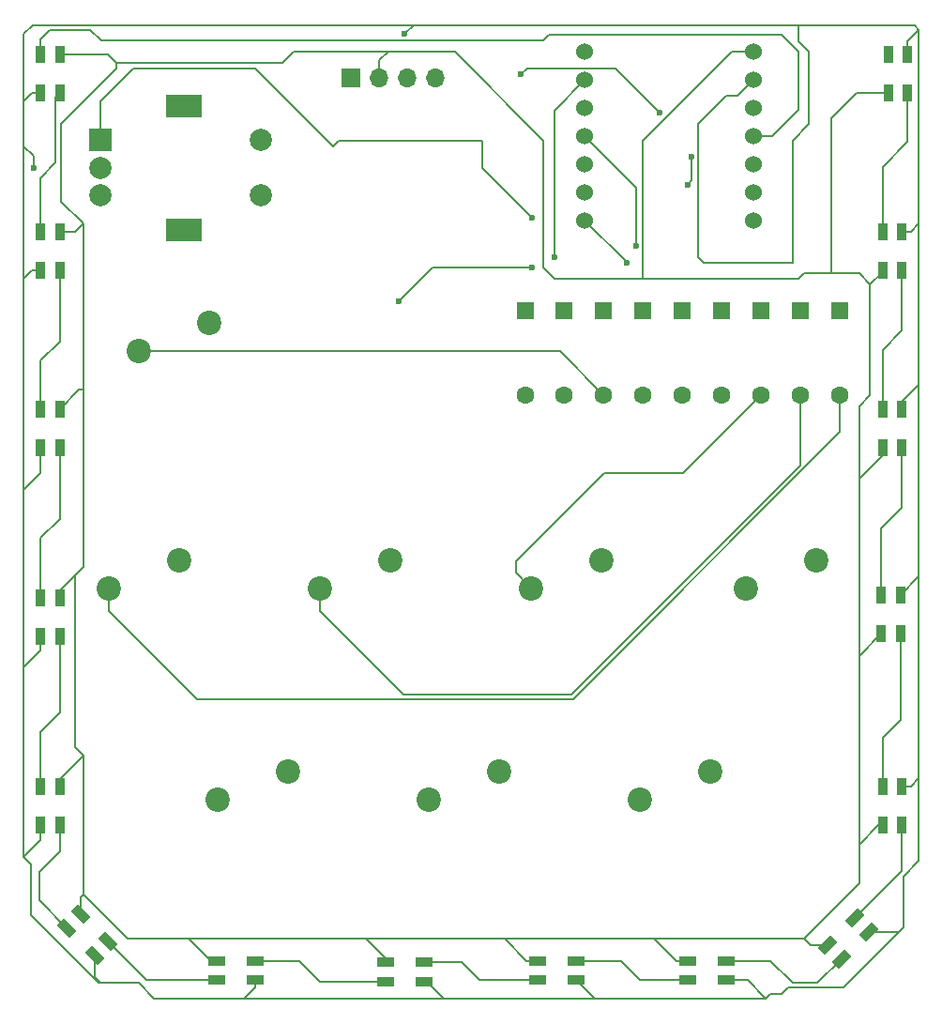
<source format=gbr>
%TF.GenerationSoftware,KiCad,Pcbnew,9.0.5*%
%TF.CreationDate,2025-12-01T20:36:29-06:00*%
%TF.ProjectId,KPad,4b506164-2e6b-4696-9361-645f70636258,rev?*%
%TF.SameCoordinates,Original*%
%TF.FileFunction,Copper,L2,Bot*%
%TF.FilePolarity,Positive*%
%FSLAX46Y46*%
G04 Gerber Fmt 4.6, Leading zero omitted, Abs format (unit mm)*
G04 Created by KiCad (PCBNEW 9.0.5) date 2025-12-01 20:36:29*
%MOMM*%
%LPD*%
G01*
G04 APERTURE LIST*
G04 Aperture macros list*
%AMRoundRect*
0 Rectangle with rounded corners*
0 $1 Rounding radius*
0 $2 $3 $4 $5 $6 $7 $8 $9 X,Y pos of 4 corners*
0 Add a 4 corners polygon primitive as box body*
4,1,4,$2,$3,$4,$5,$6,$7,$8,$9,$2,$3,0*
0 Add four circle primitives for the rounded corners*
1,1,$1+$1,$2,$3*
1,1,$1+$1,$4,$5*
1,1,$1+$1,$6,$7*
1,1,$1+$1,$8,$9*
0 Add four rect primitives between the rounded corners*
20,1,$1+$1,$2,$3,$4,$5,0*
20,1,$1+$1,$4,$5,$6,$7,0*
20,1,$1+$1,$6,$7,$8,$9,0*
20,1,$1+$1,$8,$9,$2,$3,0*%
%AMRotRect*
0 Rectangle, with rotation*
0 The origin of the aperture is its center*
0 $1 length*
0 $2 width*
0 $3 Rotation angle, in degrees counterclockwise*
0 Add horizontal line*
21,1,$1,$2,0,0,$3*%
G04 Aperture macros list end*
%TA.AperFunction,ComponentPad*%
%ADD10RoundRect,0.250000X-0.550000X0.550000X-0.550000X-0.550000X0.550000X-0.550000X0.550000X0.550000X0*%
%TD*%
%TA.AperFunction,ComponentPad*%
%ADD11C,1.600000*%
%TD*%
%TA.AperFunction,ComponentPad*%
%ADD12C,2.200000*%
%TD*%
%TA.AperFunction,ComponentPad*%
%ADD13R,2.000000X2.000000*%
%TD*%
%TA.AperFunction,ComponentPad*%
%ADD14C,2.000000*%
%TD*%
%TA.AperFunction,ComponentPad*%
%ADD15R,3.200000X2.000000*%
%TD*%
%TA.AperFunction,ComponentPad*%
%ADD16R,1.700000X1.700000*%
%TD*%
%TA.AperFunction,ComponentPad*%
%ADD17O,1.700000X1.700000*%
%TD*%
%TA.AperFunction,ComponentPad*%
%ADD18C,1.524000*%
%TD*%
%TA.AperFunction,SMDPad,CuDef*%
%ADD19R,1.600000X0.850000*%
%TD*%
%TA.AperFunction,SMDPad,CuDef*%
%ADD20R,0.850000X1.600000*%
%TD*%
%TA.AperFunction,SMDPad,CuDef*%
%ADD21RotRect,1.600000X0.850000X135.000000*%
%TD*%
%TA.AperFunction,SMDPad,CuDef*%
%ADD22RotRect,1.600000X0.850000X225.000000*%
%TD*%
%TA.AperFunction,ViaPad*%
%ADD23C,0.600000*%
%TD*%
%TA.AperFunction,Conductor*%
%ADD24C,0.200000*%
%TD*%
G04 APERTURE END LIST*
D10*
%TO.P,D22,1,K*%
%TO.N,Net-(D20-K)*%
X115500000Y-53327500D03*
D11*
%TO.P,D22,2,A*%
%TO.N,Net-(D22-A)*%
X115500000Y-60947500D03*
%TD*%
D10*
%TO.P,D17,1,K*%
%TO.N,Net-(D17-K)*%
X133250000Y-53327500D03*
D11*
%TO.P,D17,2,A*%
%TO.N,Net-(D17-A)*%
X133250000Y-60947500D03*
%TD*%
D12*
%TO.P,SW3,1,1*%
%TO.N,Net-(U1-GPIO27{slash}ADC1{slash}A1)*%
X92710000Y-75882500D03*
%TO.P,SW3,2,2*%
%TO.N,Net-(D18-A)*%
X86360000Y-78422500D03*
%TD*%
%TO.P,SW9,1,1*%
%TO.N,Net-(U1-GPIO27{slash}ADC1{slash}A1)*%
X131127500Y-75882500D03*
%TO.P,SW9,2,2*%
%TO.N,Net-(D24-A)*%
X124777500Y-78422500D03*
%TD*%
D13*
%TO.P,SW1,A,A*%
%TO.N,Net-(U1-GPIO4{slash}MISO)*%
X66550000Y-37981000D03*
D14*
%TO.P,SW1,B,B*%
%TO.N,Net-(U1-GPIO2{slash}SCK)*%
X66550000Y-42981000D03*
%TO.P,SW1,C,C*%
%TO.N,GND*%
X66550000Y-40481000D03*
D15*
%TO.P,SW1,MP*%
%TO.N,N/C*%
X74050000Y-34881000D03*
X74050000Y-46081000D03*
D14*
%TO.P,SW1,S1,S1*%
%TO.N,Net-(U1-GPIO28{slash}ADC2{slash}A2)*%
X81050000Y-42981000D03*
%TO.P,SW1,S2,S2*%
%TO.N,Net-(D25-A)*%
X81050000Y-37981000D03*
%TD*%
D12*
%TO.P,SW4,1,1*%
%TO.N,Net-(U1-GPIO28{slash}ADC2{slash}A2)*%
X111760000Y-75882500D03*
%TO.P,SW4,2,2*%
%TO.N,Net-(D19-A)*%
X105410000Y-78422500D03*
%TD*%
D10*
%TO.P,D18,1,K*%
%TO.N,Net-(D17-K)*%
X129700000Y-53327500D03*
D11*
%TO.P,D18,2,A*%
%TO.N,Net-(D18-A)*%
X129700000Y-60947500D03*
%TD*%
D16*
%TO.P,J1,1,Pin_1*%
%TO.N,GND*%
X89173750Y-32391250D03*
D17*
%TO.P,J1,2,Pin_2*%
%TO.N,+5V*%
X91713750Y-32391250D03*
%TO.P,J1,3,Pin_3*%
%TO.N,Net-(J1-Pin_3)*%
X94253750Y-32391250D03*
%TO.P,J1,4,Pin_4*%
%TO.N,Net-(J1-Pin_4)*%
X96793750Y-32391250D03*
%TD*%
D12*
%TO.P,SW6,1,1*%
%TO.N,Net-(U1-GPIO27{slash}ADC1{slash}A1)*%
X102552500Y-94932500D03*
%TO.P,SW6,2,2*%
%TO.N,Net-(D21-A)*%
X96202500Y-97472500D03*
%TD*%
D18*
%TO.P,U1,1,GPIO26/ADC0/A0*%
%TO.N,Net-(U1-GPIO26{slash}ADC0{slash}A0)*%
X110260000Y-30000000D03*
%TO.P,U1,2,GPIO27/ADC1/A1*%
%TO.N,Net-(U1-GPIO27{slash}ADC1{slash}A1)*%
X110260000Y-32540000D03*
%TO.P,U1,3,GPIO28/ADC2/A2*%
%TO.N,Net-(U1-GPIO28{slash}ADC2{slash}A2)*%
X110260000Y-35080000D03*
%TO.P,U1,4,GPIO29/ADC3/A3*%
%TO.N,Net-(D17-K)*%
X110260000Y-37620000D03*
%TO.P,U1,5,GPIO6/SDA*%
%TO.N,Net-(J1-Pin_4)*%
X110260000Y-40160000D03*
%TO.P,U1,6,GPIO7/SCL*%
%TO.N,Net-(J1-Pin_3)*%
X110260000Y-42700000D03*
%TO.P,U1,7,GPIO0/TX*%
%TO.N,Net-(D20-K)*%
X110260000Y-45240000D03*
%TO.P,U1,8,GPIO1/RX*%
%TO.N,Net-(D23-K)*%
X125500000Y-45240000D03*
%TO.P,U1,9,GPIO2/SCK*%
%TO.N,Net-(U1-GPIO2{slash}SCK)*%
X125500000Y-42700000D03*
%TO.P,U1,10,GPIO4/MISO*%
%TO.N,Net-(U1-GPIO4{slash}MISO)*%
X125500000Y-40160000D03*
%TO.P,U1,11,GPIO3/MOSI*%
%TO.N,Net-(D1-DIN)*%
X125500000Y-37620000D03*
%TO.P,U1,12,3V3*%
%TO.N,unconnected-(U1-3V3-Pad12)_1*%
X125500000Y-35080000D03*
%TO.P,U1,13,GND*%
%TO.N,GND*%
X125500000Y-32540000D03*
%TO.P,U1,14,VBUS*%
%TO.N,+5V*%
X125500000Y-30000000D03*
%TD*%
D12*
%TO.P,SW8,1,1*%
%TO.N,Net-(U1-GPIO26{slash}ADC0{slash}A0)*%
X76358750Y-54451250D03*
%TO.P,SW8,2,2*%
%TO.N,Net-(D23-A)*%
X70008750Y-56991250D03*
%TD*%
D10*
%TO.P,D24,1,K*%
%TO.N,Net-(D23-K)*%
X108400000Y-53327500D03*
D11*
%TO.P,D24,2,A*%
%TO.N,Net-(D24-A)*%
X108400000Y-60947500D03*
%TD*%
D12*
%TO.P,SW5,1,1*%
%TO.N,Net-(U1-GPIO26{slash}ADC0{slash}A0)*%
X83502500Y-94932500D03*
%TO.P,SW5,2,2*%
%TO.N,Net-(D20-A)*%
X77152500Y-97472500D03*
%TD*%
D10*
%TO.P,D19,1,K*%
%TO.N,Net-(D17-K)*%
X126150000Y-53327500D03*
D11*
%TO.P,D19,2,A*%
%TO.N,Net-(D19-A)*%
X126150000Y-60947500D03*
%TD*%
D10*
%TO.P,D20,1,K*%
%TO.N,Net-(D20-K)*%
X122600000Y-53327500D03*
D11*
%TO.P,D20,2,A*%
%TO.N,Net-(D20-A)*%
X122600000Y-60947500D03*
%TD*%
D12*
%TO.P,SW7,1,1*%
%TO.N,Net-(U1-GPIO28{slash}ADC2{slash}A2)*%
X121602500Y-94932500D03*
%TO.P,SW7,2,2*%
%TO.N,Net-(D22-A)*%
X115252500Y-97472500D03*
%TD*%
D10*
%TO.P,D23,1,K*%
%TO.N,Net-(D23-K)*%
X111950000Y-53327500D03*
D11*
%TO.P,D23,2,A*%
%TO.N,Net-(D23-A)*%
X111950000Y-60947500D03*
%TD*%
D10*
%TO.P,D25,1,K*%
%TO.N,Net-(D23-K)*%
X104850000Y-53327500D03*
D11*
%TO.P,D25,2,A*%
%TO.N,Net-(D25-A)*%
X104850000Y-60947500D03*
%TD*%
D10*
%TO.P,D21,1,K*%
%TO.N,Net-(D20-K)*%
X119050000Y-53327500D03*
D11*
%TO.P,D21,2,A*%
%TO.N,Net-(D21-A)*%
X119050000Y-60947500D03*
%TD*%
D12*
%TO.P,SW2,1,1*%
%TO.N,Net-(U1-GPIO26{slash}ADC0{slash}A0)*%
X73660000Y-75882500D03*
%TO.P,SW2,2,2*%
%TO.N,Net-(D17-A)*%
X67310000Y-78422500D03*
%TD*%
D19*
%TO.P,D9,1,DOUT*%
%TO.N,Net-(D10-DIN)*%
X109500000Y-112000000D03*
%TO.P,D9,2,VSS*%
%TO.N,GND*%
X109500000Y-113750000D03*
%TO.P,D9,3,DIN*%
%TO.N,Net-(D8-DOUT)*%
X106000000Y-113750000D03*
%TO.P,D9,4,VDD*%
%TO.N,+5V*%
X106000000Y-112000000D03*
%TD*%
D20*
%TO.P,D4,1,DOUT*%
%TO.N,Net-(D4-DOUT)*%
X62875000Y-82750000D03*
%TO.P,D4,2,VSS*%
%TO.N,GND*%
X61125000Y-82750000D03*
%TO.P,D4,3,DIN*%
%TO.N,Net-(D3-DOUT)*%
X61125000Y-79250000D03*
%TO.P,D4,4,VDD*%
%TO.N,+5V*%
X62875000Y-79250000D03*
%TD*%
%TO.P,D15,1,DOUT*%
%TO.N,Net-(D15-DOUT)*%
X137125000Y-46250000D03*
%TO.P,D15,2,VSS*%
%TO.N,GND*%
X138875000Y-46250000D03*
%TO.P,D15,3,DIN*%
%TO.N,Net-(D14-DOUT)*%
X138875000Y-49750000D03*
%TO.P,D15,4,VDD*%
%TO.N,+5V*%
X137125000Y-49750000D03*
%TD*%
D19*
%TO.P,D7,1,DOUT*%
%TO.N,Net-(D7-DOUT)*%
X80500000Y-112000000D03*
%TO.P,D7,2,VSS*%
%TO.N,GND*%
X80500000Y-113750000D03*
%TO.P,D7,3,DIN*%
%TO.N,Net-(D6-DOUT)*%
X77000000Y-113750000D03*
%TO.P,D7,4,VDD*%
%TO.N,+5V*%
X77000000Y-112000000D03*
%TD*%
D20*
%TO.P,D12,1,DOUT*%
%TO.N,Net-(D12-DOUT)*%
X137125000Y-96250000D03*
%TO.P,D12,2,VSS*%
%TO.N,GND*%
X138875000Y-96250000D03*
%TO.P,D12,3,DIN*%
%TO.N,Net-(D11-DOUT)*%
X138875000Y-99750000D03*
%TO.P,D12,4,VDD*%
%TO.N,+5V*%
X137125000Y-99750000D03*
%TD*%
%TO.P,D2,1,DOUT*%
%TO.N,Net-(D2-DOUT)*%
X62875000Y-49750000D03*
%TO.P,D2,2,VSS*%
%TO.N,GND*%
X61125000Y-49750000D03*
%TO.P,D2,3,DIN*%
%TO.N,Net-(D1-DOUT)*%
X61125000Y-46250000D03*
%TO.P,D2,4,VDD*%
%TO.N,+5V*%
X62875000Y-46250000D03*
%TD*%
%TO.P,D14,1,DOUT*%
%TO.N,Net-(D14-DOUT)*%
X137125000Y-62250000D03*
%TO.P,D14,2,VSS*%
%TO.N,GND*%
X138875000Y-62250000D03*
%TO.P,D14,3,DIN*%
%TO.N,Net-(D13-DOUT)*%
X138875000Y-65750000D03*
%TO.P,D14,4,VDD*%
%TO.N,+5V*%
X137125000Y-65750000D03*
%TD*%
%TO.P,D3,1,DOUT*%
%TO.N,Net-(D3-DOUT)*%
X62875000Y-65750000D03*
%TO.P,D3,2,VSS*%
%TO.N,GND*%
X61125000Y-65750000D03*
%TO.P,D3,3,DIN*%
%TO.N,Net-(D2-DOUT)*%
X61125000Y-62250000D03*
%TO.P,D3,4,VDD*%
%TO.N,+5V*%
X62875000Y-62250000D03*
%TD*%
%TO.P,D13,1,DOUT*%
%TO.N,Net-(D13-DOUT)*%
X137000000Y-79000000D03*
%TO.P,D13,2,VSS*%
%TO.N,GND*%
X138750000Y-79000000D03*
%TO.P,D13,3,DIN*%
%TO.N,Net-(D12-DOUT)*%
X138750000Y-82500000D03*
%TO.P,D13,4,VDD*%
%TO.N,+5V*%
X137000000Y-82500000D03*
%TD*%
D19*
%TO.P,D8,1,DOUT*%
%TO.N,Net-(D8-DOUT)*%
X95750000Y-112125000D03*
%TO.P,D8,2,VSS*%
%TO.N,GND*%
X95750000Y-113875000D03*
%TO.P,D8,3,DIN*%
%TO.N,Net-(D7-DOUT)*%
X92250000Y-113875000D03*
%TO.P,D8,4,VDD*%
%TO.N,+5V*%
X92250000Y-112125000D03*
%TD*%
D21*
%TO.P,D6,1,DOUT*%
%TO.N,Net-(D6-DOUT)*%
X67237437Y-110262563D03*
%TO.P,D6,2,VSS*%
%TO.N,GND*%
X66000000Y-111500000D03*
%TO.P,D6,3,DIN*%
%TO.N,Net-(D5-DOUT)*%
X63525127Y-109025127D03*
%TO.P,D6,4,VDD*%
%TO.N,+5V*%
X64762564Y-107787690D03*
%TD*%
D22*
%TO.P,D11,1,DOUT*%
%TO.N,Net-(D11-DOUT)*%
X134618718Y-108143845D03*
%TO.P,D11,2,VSS*%
%TO.N,GND*%
X135856155Y-109381282D03*
%TO.P,D11,3,DIN*%
%TO.N,Net-(D10-DOUT)*%
X133381282Y-111856155D03*
%TO.P,D11,4,VDD*%
%TO.N,+5V*%
X132143845Y-110618718D03*
%TD*%
D19*
%TO.P,D10,1,DOUT*%
%TO.N,Net-(D10-DOUT)*%
X123000000Y-112000000D03*
%TO.P,D10,2,VSS*%
%TO.N,GND*%
X123000000Y-113750000D03*
%TO.P,D10,3,DIN*%
%TO.N,Net-(D10-DIN)*%
X119500000Y-113750000D03*
%TO.P,D10,4,VDD*%
%TO.N,+5V*%
X119500000Y-112000000D03*
%TD*%
D20*
%TO.P,D1,1,DOUT*%
%TO.N,Net-(D1-DOUT)*%
X62875000Y-33750000D03*
%TO.P,D1,2,VSS*%
%TO.N,GND*%
X61125000Y-33750000D03*
%TO.P,D1,3,DIN*%
%TO.N,Net-(D1-DIN)*%
X61125000Y-30250000D03*
%TO.P,D1,4,VDD*%
%TO.N,+5V*%
X62875000Y-30250000D03*
%TD*%
%TO.P,D5,1,DOUT*%
%TO.N,Net-(D5-DOUT)*%
X62875000Y-99750000D03*
%TO.P,D5,2,VSS*%
%TO.N,GND*%
X61125000Y-99750000D03*
%TO.P,D5,3,DIN*%
%TO.N,Net-(D4-DOUT)*%
X61125000Y-96250000D03*
%TO.P,D5,4,VDD*%
%TO.N,+5V*%
X62875000Y-96250000D03*
%TD*%
%TO.P,D16,1,DOUT*%
%TO.N,unconnected-(D16-DOUT-Pad1)*%
X137625000Y-30250000D03*
%TO.P,D16,2,VSS*%
%TO.N,GND*%
X139375000Y-30250000D03*
%TO.P,D16,3,DIN*%
%TO.N,Net-(D15-DOUT)*%
X139375000Y-33750000D03*
%TO.P,D16,4,VDD*%
%TO.N,+5V*%
X137625000Y-33750000D03*
%TD*%
D23*
%TO.N,GND*%
X94000000Y-28400000D03*
X60500000Y-40500000D03*
%TO.N,Net-(D17-K)*%
X114900000Y-47500000D03*
%TO.N,Net-(D20-K)*%
X114000000Y-49000000D03*
%TO.N,Net-(U1-GPIO4{slash}MISO)*%
X119900000Y-39500000D03*
X105500000Y-45000000D03*
X119500000Y-42000000D03*
%TO.N,Net-(U1-GPIO2{slash}SCK)*%
X104500000Y-32000000D03*
X117000000Y-35500000D03*
%TO.N,Net-(U1-GPIO27{slash}ADC1{slash}A1)*%
X107500000Y-48500000D03*
X93500000Y-52500000D03*
X105500000Y-49500000D03*
%TD*%
D24*
%TO.N,+5V*%
X136750000Y-99750000D02*
X135000000Y-101500000D01*
X62875000Y-96250000D02*
X62875000Y-95625000D01*
X132143845Y-110618718D02*
X130618718Y-110618718D01*
X90500000Y-110000000D02*
X74500000Y-110000000D01*
X118500000Y-112000000D02*
X116500000Y-110000000D01*
X137125000Y-49875000D02*
X136000000Y-51000000D01*
X132500000Y-50000000D02*
X132500000Y-36000000D01*
X65000000Y-45500000D02*
X63000000Y-43500000D01*
X115500000Y-50500000D02*
X115500000Y-38000000D01*
X65000000Y-93500000D02*
X64250000Y-92750000D01*
X136000000Y-51000000D02*
X136000000Y-61000000D01*
X116500000Y-110000000D02*
X103500000Y-110000000D01*
X76500000Y-112000000D02*
X74500000Y-110000000D01*
X137125000Y-65750000D02*
X137125000Y-66375000D01*
X65000000Y-76500000D02*
X65000000Y-60500000D01*
X135000000Y-85000000D02*
X135000000Y-101500000D01*
X103500000Y-110000000D02*
X103000000Y-110000000D01*
X92500000Y-30000000D02*
X98500000Y-30000000D01*
X91713750Y-32391250D02*
X91891250Y-32391250D01*
X64762564Y-106237436D02*
X65000000Y-106000000D01*
X64625000Y-60500000D02*
X65000000Y-60500000D01*
X135000000Y-68500000D02*
X135000000Y-85000000D01*
X64250000Y-77250000D02*
X65000000Y-76500000D01*
X62875000Y-62250000D02*
X64625000Y-60500000D01*
X107500000Y-50500000D02*
X115500000Y-50500000D01*
X137000000Y-82500000D02*
X137000000Y-83000000D01*
X62875000Y-78625000D02*
X64250000Y-77250000D01*
X67250000Y-30250000D02*
X62875000Y-30250000D01*
X132500000Y-36000000D02*
X134750000Y-33750000D01*
X68000000Y-31000000D02*
X83000000Y-31000000D01*
X65000000Y-106000000D02*
X65000000Y-93500000D01*
X137125000Y-99750000D02*
X136750000Y-99750000D01*
X74500000Y-110000000D02*
X69000000Y-110000000D01*
X83000000Y-31000000D02*
X84000000Y-30000000D01*
X65000000Y-60500000D02*
X65000000Y-45500000D01*
X63000000Y-36500000D02*
X68000000Y-31500000D01*
X106000000Y-112000000D02*
X105000000Y-112000000D01*
X115500000Y-38000000D02*
X123500000Y-30000000D01*
X77000000Y-112000000D02*
X76500000Y-112000000D01*
X136000000Y-61000000D02*
X135000000Y-62000000D01*
X130618718Y-110618718D02*
X130000000Y-110000000D01*
X91713750Y-32391250D02*
X91713750Y-30786250D01*
X92250001Y-111750001D02*
X90500000Y-110000000D01*
X69000000Y-110000000D02*
X65000000Y-106000000D01*
X127000000Y-50500000D02*
X129500000Y-50500000D01*
X64250000Y-46250000D02*
X65000000Y-45500000D01*
X62875000Y-46250000D02*
X64250000Y-46250000D01*
X92250001Y-112125000D02*
X92250001Y-111750001D01*
X135000000Y-84500000D02*
X135000000Y-85000000D01*
X68000000Y-31000000D02*
X67250000Y-30250000D01*
X137125000Y-99750000D02*
X137125000Y-99875000D01*
X64762564Y-107787690D02*
X64762564Y-106237436D01*
X135000000Y-101500000D02*
X135000000Y-102000000D01*
X137125000Y-66375000D02*
X135000000Y-68500000D01*
X130000000Y-50000000D02*
X132500000Y-50000000D01*
X91713750Y-30786250D02*
X92500000Y-30000000D01*
X135000000Y-62000000D02*
X135000000Y-65000000D01*
X98500000Y-30000000D02*
X106500000Y-38000000D01*
X62875000Y-95625000D02*
X65000000Y-93500000D01*
X105000000Y-112000000D02*
X103000000Y-110000000D01*
X130000000Y-110000000D02*
X121500000Y-110000000D01*
X84000000Y-30000000D02*
X92500000Y-30000000D01*
X134750000Y-33750000D02*
X137625000Y-33750000D01*
X62875000Y-79250000D02*
X62875000Y-78625000D01*
X135000000Y-50000000D02*
X136000000Y-51000000D01*
X63000000Y-43500000D02*
X63000000Y-36500000D01*
X132500000Y-50000000D02*
X135000000Y-50000000D01*
X115500000Y-50500000D02*
X127000000Y-50500000D01*
X135000000Y-102000000D02*
X135000000Y-105000000D01*
X91891250Y-32391250D02*
X92000000Y-32500000D01*
X103000000Y-110000000D02*
X90500000Y-110000000D01*
X123500000Y-30000000D02*
X125500000Y-30000000D01*
X121500000Y-110000000D02*
X116500000Y-110000000D01*
X64250000Y-92750000D02*
X64250000Y-77250000D01*
X137000000Y-82500000D02*
X135000000Y-84500000D01*
X129500000Y-50500000D02*
X130000000Y-50000000D01*
X119500000Y-112000000D02*
X118500000Y-112000000D01*
X68000000Y-31500000D02*
X68000000Y-31000000D01*
X135000000Y-65000000D02*
X135000000Y-68500000D01*
X106500000Y-38000000D02*
X106500000Y-49500000D01*
X137125000Y-49750000D02*
X137125000Y-49875000D01*
X106500000Y-49500000D02*
X107500000Y-50500000D01*
X135000000Y-105000000D02*
X130000000Y-110000000D01*
%TO.N,Net-(D1-DOUT)*%
X62875000Y-33750000D02*
X62500000Y-34125000D01*
X62500000Y-34125000D02*
X62500000Y-40000000D01*
X62500000Y-40000000D02*
X61125000Y-41375000D01*
X61125000Y-41375000D02*
X61125000Y-46250000D01*
%TO.N,Net-(D1-DIN)*%
X62000000Y-28002000D02*
X65627000Y-28002000D01*
X61125000Y-30250000D02*
X61125000Y-28877000D01*
X106501000Y-29001000D02*
X107002000Y-28500000D01*
X107002000Y-28500000D02*
X128000000Y-28500000D01*
X61125000Y-28877000D02*
X62000000Y-28002000D01*
X127152500Y-37620000D02*
X125500000Y-37620000D01*
X65627000Y-28002000D02*
X66626000Y-29001000D01*
X66626000Y-29001000D02*
X106501000Y-29001000D01*
X129500000Y-30000000D02*
X129500000Y-35272500D01*
X129500000Y-35272500D02*
X127152500Y-37620000D01*
X128000000Y-28500000D02*
X129500000Y-30000000D01*
%TO.N,GND*%
X61125000Y-67976000D02*
X59601000Y-69500000D01*
X140399000Y-45500000D02*
X140399000Y-60000000D01*
X120500000Y-48500000D02*
X120500000Y-36500000D01*
X59601000Y-34500000D02*
X59601000Y-28399000D01*
X138875000Y-96250000D02*
X139649000Y-96250000D01*
X139375000Y-29024000D02*
X140399000Y-28000000D01*
X140399000Y-60000000D02*
X140399000Y-77351000D01*
X124040000Y-34000000D02*
X125500000Y-32540000D01*
X126601000Y-115399000D02*
X111149000Y-115399000D01*
X60301355Y-103301355D02*
X59601000Y-102601000D01*
X80500000Y-114399000D02*
X79500000Y-115399000D01*
X123000000Y-34000000D02*
X124040000Y-34000000D01*
X66000000Y-111500000D02*
X66000000Y-113500000D01*
X111149000Y-115399000D02*
X97500000Y-115399000D01*
X129000000Y-38000000D02*
X129000000Y-49000000D01*
X124952000Y-113750000D02*
X126601000Y-115399000D01*
X89173750Y-32391250D02*
X89108750Y-32391250D01*
X61125000Y-101077000D02*
X59601000Y-102601000D01*
X60500000Y-40500000D02*
X60500000Y-39399000D01*
X60301355Y-107894551D02*
X60301355Y-103301355D01*
X133560137Y-114439863D02*
X128560137Y-114439863D01*
X140399000Y-77351000D02*
X140399000Y-95500000D01*
X61125000Y-33750000D02*
X60351000Y-33750000D01*
X97500000Y-115399000D02*
X79500000Y-115399000D01*
X138875000Y-61524000D02*
X140399000Y-60000000D01*
X120500000Y-36500000D02*
X123000000Y-34000000D01*
X59601000Y-102601000D02*
X59601000Y-85500000D01*
X139000000Y-109000000D02*
X133560137Y-114439863D01*
X66500000Y-114000000D02*
X66406804Y-114000000D01*
X59601000Y-69500000D02*
X59601000Y-50500000D01*
X139375000Y-30250000D02*
X139375000Y-29024000D01*
X66406804Y-114000000D02*
X60301355Y-107894551D01*
X129000000Y-49000000D02*
X121000000Y-49000000D01*
X70000000Y-114000000D02*
X66500000Y-114000000D01*
X140399000Y-95500000D02*
X140399000Y-103000000D01*
X59601000Y-38500000D02*
X59601000Y-34500000D01*
X61125000Y-82750000D02*
X61125000Y-83976000D01*
X94000000Y-28400000D02*
X94799000Y-27601000D01*
X59601000Y-50500000D02*
X59601000Y-38500000D01*
X138618718Y-109381282D02*
X139000000Y-109000000D01*
X138875000Y-62250000D02*
X138875000Y-61524000D01*
X128560137Y-114439863D02*
X128000000Y-115000000D01*
X139000000Y-104399000D02*
X139000000Y-109000000D01*
X128000000Y-115000000D02*
X127000000Y-115000000D01*
X138875000Y-62250000D02*
X139149000Y-62250000D01*
X94799000Y-27601000D02*
X129551500Y-27601000D01*
X139649000Y-46250000D02*
X140399000Y-45500000D01*
X140399000Y-28000000D02*
X140000000Y-27601000D01*
X127000000Y-115000000D02*
X126601000Y-115399000D01*
X129551500Y-29051500D02*
X130500000Y-30000000D01*
X60399000Y-27601000D02*
X94799000Y-27601000D01*
X60351000Y-49750000D02*
X59601000Y-50500000D01*
X140399000Y-103000000D02*
X139000000Y-104399000D01*
X95976000Y-113875000D02*
X97500000Y-115399000D01*
X59601000Y-85500000D02*
X59601000Y-69500000D01*
X135856155Y-109381282D02*
X138618718Y-109381282D01*
X80500000Y-113750000D02*
X80500000Y-114399000D01*
X95749999Y-113875000D02*
X95976000Y-113875000D01*
X60500000Y-39399000D02*
X59601000Y-38500000D01*
X138875000Y-46250000D02*
X139649000Y-46250000D01*
X66000000Y-113500000D02*
X66500000Y-114000000D01*
X109500000Y-113750000D02*
X111149000Y-115399000D01*
X139649000Y-96250000D02*
X140399000Y-95500000D01*
X60351000Y-33750000D02*
X59601000Y-34500000D01*
X89108750Y-32391250D02*
X89000000Y-32500000D01*
X129551500Y-27601000D02*
X129551500Y-29051500D01*
X138750000Y-79000000D02*
X140399000Y-77351000D01*
X140399000Y-45500000D02*
X140399000Y-28000000D01*
X61125000Y-83976000D02*
X59601000Y-85500000D01*
X79500000Y-115399000D02*
X71399000Y-115399000D01*
X71399000Y-115399000D02*
X70000000Y-114000000D01*
X61125000Y-49750000D02*
X60351000Y-49750000D01*
X61125000Y-99750000D02*
X61125000Y-101077000D01*
X121000000Y-49000000D02*
X120500000Y-48500000D01*
X140000000Y-27601000D02*
X129551500Y-27601000D01*
X123000000Y-113750000D02*
X124952000Y-113750000D01*
X130500000Y-36500000D02*
X129000000Y-38000000D01*
X130500000Y-30000000D02*
X130500000Y-36500000D01*
X59601000Y-28399000D02*
X60399000Y-27601000D01*
X61125000Y-65750000D02*
X61125000Y-67976000D01*
%TO.N,Net-(D2-DOUT)*%
X62875000Y-56125000D02*
X61125000Y-57875000D01*
X62875000Y-49750000D02*
X62875000Y-56125000D01*
X61125000Y-57875000D02*
X61125000Y-62250000D01*
%TO.N,Net-(D3-DOUT)*%
X62875000Y-72125000D02*
X61125000Y-73875000D01*
X61125000Y-73875000D02*
X61125000Y-79250000D01*
X62875000Y-65750000D02*
X62875000Y-72125000D01*
%TO.N,Net-(D4-DOUT)*%
X62875000Y-82750000D02*
X62875000Y-89625000D01*
X61125000Y-91375000D02*
X61125000Y-96250000D01*
X62875000Y-89625000D02*
X61125000Y-91375000D01*
%TO.N,Net-(D5-DOUT)*%
X62875000Y-102125000D02*
X61000000Y-104000000D01*
X62875000Y-99750000D02*
X62875000Y-102125000D01*
X61000000Y-104000000D02*
X61000000Y-106500000D01*
X61000000Y-106500000D02*
X63525127Y-109025127D01*
%TO.N,Net-(D6-DOUT)*%
X67237437Y-110262563D02*
X70724874Y-113750000D01*
X70724874Y-113750000D02*
X77000000Y-113750000D01*
%TO.N,Net-(D7-DOUT)*%
X84500000Y-112000000D02*
X86375000Y-113875000D01*
X80500000Y-112000000D02*
X84500000Y-112000000D01*
X86375000Y-113875000D02*
X92250001Y-113875000D01*
%TO.N,Net-(D10-DOUT)*%
X127000000Y-112000000D02*
X129000000Y-114000000D01*
X123212310Y-112212310D02*
X123000000Y-112000000D01*
X131237437Y-114000000D02*
X133381282Y-111856155D01*
X129000000Y-114000000D02*
X131237437Y-114000000D01*
X123000000Y-112000000D02*
X127000000Y-112000000D01*
%TO.N,Net-(D10-DIN)*%
X109500000Y-112000000D02*
X113500000Y-112000000D01*
X113500000Y-112000000D02*
X115250000Y-113750000D01*
X115250000Y-113750000D02*
X119500000Y-113750000D01*
%TO.N,Net-(D17-K)*%
X114900000Y-42260000D02*
X110260000Y-37620000D01*
X114900000Y-47500000D02*
X114900000Y-42260000D01*
%TO.N,Net-(D17-A)*%
X133250000Y-64317100D02*
X109166100Y-88401000D01*
X75233684Y-88401000D02*
X67310000Y-80477316D01*
X109166100Y-88401000D02*
X75233684Y-88401000D01*
X67310000Y-80477316D02*
X67310000Y-78422500D01*
X133250000Y-60947500D02*
X133250000Y-64317100D01*
%TO.N,Net-(D18-A)*%
X109000000Y-88000000D02*
X93882684Y-88000000D01*
X93882684Y-88000000D02*
X86360000Y-80477316D01*
X129700000Y-67300000D02*
X109000000Y-88000000D01*
X129700000Y-60947500D02*
X129700000Y-67300000D01*
X86360000Y-80477316D02*
X86360000Y-78422500D01*
%TO.N,Net-(D19-A)*%
X112000000Y-68000000D02*
X104000000Y-76000000D01*
X104000000Y-77012500D02*
X105410000Y-78422500D01*
X104000000Y-76000000D02*
X104000000Y-77012500D01*
X119097500Y-68000000D02*
X112000000Y-68000000D01*
X126150000Y-60947500D02*
X119097500Y-68000000D01*
%TO.N,Net-(D20-K)*%
X114000000Y-48980000D02*
X110260000Y-45240000D01*
X114000000Y-49000000D02*
X114000000Y-48980000D01*
%TO.N,Net-(D23-A)*%
X111950000Y-60947500D02*
X107993750Y-56991250D01*
X107993750Y-56991250D02*
X70008750Y-56991250D01*
%TO.N,Net-(U1-GPIO4{slash}MISO)*%
X80500000Y-31500000D02*
X69500000Y-31500000D01*
X66568750Y-34431250D02*
X66568750Y-37981250D01*
X101000000Y-38000000D02*
X88000000Y-38000000D01*
X119500000Y-42000000D02*
X119900000Y-41600000D01*
X87500000Y-38500000D02*
X80500000Y-31500000D01*
X69500000Y-31500000D02*
X66568750Y-34431250D01*
X101000000Y-40500000D02*
X105500000Y-45000000D01*
X88000000Y-38000000D02*
X87500000Y-38500000D01*
X101000000Y-38000000D02*
X101000000Y-40500000D01*
X119900000Y-41600000D02*
X119900000Y-39500000D01*
%TO.N,Net-(U1-GPIO2{slash}SCK)*%
X117151470Y-35500000D02*
X117000000Y-35500000D01*
X104500000Y-32000000D02*
X105023000Y-31477000D01*
X112977000Y-31477000D02*
X117000000Y-35500000D01*
X105023000Y-31477000D02*
X112977000Y-31477000D01*
%TO.N,Net-(U1-GPIO27{slash}ADC1{slash}A1)*%
X96500000Y-49500000D02*
X105500000Y-49500000D01*
X107500000Y-48500000D02*
X107500000Y-35300000D01*
X107500000Y-35300000D02*
X110260000Y-32540000D01*
X93500000Y-52500000D02*
X96500000Y-49500000D01*
%TO.N,Net-(D8-DOUT)*%
X95749999Y-112125000D02*
X99125000Y-112125000D01*
X99125000Y-112125000D02*
X100750000Y-113750000D01*
X100750000Y-113750000D02*
X106000000Y-113750000D01*
%TO.N,Net-(D11-DOUT)*%
X134618718Y-108143845D02*
X138875000Y-103887563D01*
X138875000Y-103887563D02*
X138875000Y-99750000D01*
%TO.N,Net-(D12-DOUT)*%
X137125000Y-96250000D02*
X137125000Y-91875000D01*
X137125000Y-91875000D02*
X138750000Y-90250000D01*
X138750000Y-90250000D02*
X138750000Y-82500000D01*
%TO.N,Net-(D13-DOUT)*%
X137000000Y-79000000D02*
X137000000Y-73000000D01*
X138875000Y-71125000D02*
X138875000Y-65750000D01*
X137000000Y-73000000D02*
X138875000Y-71125000D01*
%TO.N,Net-(D14-DOUT)*%
X137125000Y-62250000D02*
X137125000Y-56875000D01*
X138875000Y-55125000D02*
X138875000Y-49750000D01*
X137125000Y-56875000D02*
X138875000Y-55125000D01*
%TO.N,Net-(D15-DOUT)*%
X139375000Y-38125000D02*
X139375000Y-33750000D01*
X137125000Y-46250000D02*
X137125000Y-40375000D01*
X137125000Y-40375000D02*
X139375000Y-38125000D01*
%TD*%
M02*

</source>
